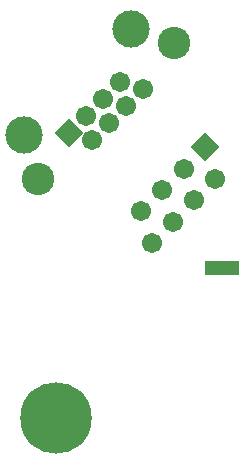
<source format=gts>
%FSLAX25Y25*%
%MOIN*%
G70*
G01*
G75*
G04 Layer_Color=8388736*
%ADD10R,0.10500X0.04300*%
%ADD11C,0.02000*%
%ADD12C,0.03000*%
%ADD13C,0.23000*%
%ADD14C,0.11614*%
%ADD15C,0.05906*%
%ADD16P,0.08352X4X90.0*%
%ADD17C,0.10000*%
%ADD18C,0.03500*%
%ADD19C,0.03000*%
%ADD20C,0.00787*%
%ADD21C,0.01200*%
%ADD22C,0.00800*%
%ADD23R,0.11300X0.05100*%
%ADD24C,0.03800*%
%ADD25C,0.23800*%
%ADD26C,0.12414*%
%ADD27C,0.06706*%
%ADD28P,0.09483X4X90.0*%
%ADD29C,0.10800*%
D23*
X-83900Y131400D02*
D03*
D24*
X-147330Y84768D02*
D03*
X-145422Y87622D02*
D03*
X-142568Y89530D02*
D03*
X-139200Y90200D02*
D03*
X-135832Y89530D02*
D03*
X-132977Y87622D02*
D03*
X-131070Y84768D02*
D03*
X-130400Y81400D02*
D03*
X-131070Y78032D02*
D03*
X-132977Y75178D02*
D03*
X-135832Y73270D02*
D03*
X-139200Y72600D02*
D03*
X-142568Y73270D02*
D03*
X-145422Y75178D02*
D03*
X-147330Y78032D02*
D03*
X-148000Y81400D02*
D03*
D25*
X-139200D02*
D03*
D26*
X-149755Y175645D02*
D03*
X-114400Y211000D02*
D03*
D27*
X-110157Y191201D02*
D03*
X-127128Y174230D02*
D03*
X-117936Y193322D02*
D03*
X-115814Y185544D02*
D03*
X-121471Y179887D02*
D03*
X-129249Y182009D02*
D03*
X-123592Y187665D02*
D03*
X-110836Y150458D02*
D03*
X-107300Y139851D02*
D03*
X-100229Y146922D02*
D03*
X-103764Y157529D02*
D03*
X-96693Y164600D02*
D03*
X-93158Y153993D02*
D03*
X-86087Y161065D02*
D03*
D28*
X-134906Y176352D02*
D03*
X-89622Y171671D02*
D03*
D29*
X-99904Y206404D02*
D03*
X-145159Y161149D02*
D03*
M02*

</source>
